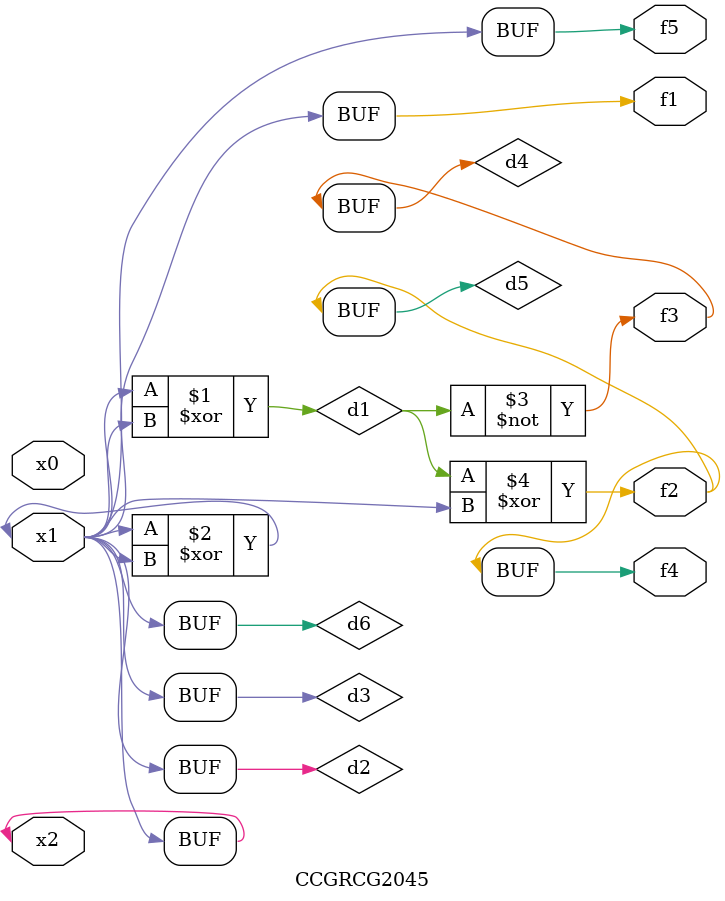
<source format=v>
module CCGRCG2045(
	input x0, x1, x2,
	output f1, f2, f3, f4, f5
);

	wire d1, d2, d3, d4, d5, d6;

	xor (d1, x1, x2);
	buf (d2, x1, x2);
	xor (d3, x1, x2);
	nor (d4, d1);
	xor (d5, d1, d2);
	buf (d6, d2, d3);
	assign f1 = d6;
	assign f2 = d5;
	assign f3 = d4;
	assign f4 = d5;
	assign f5 = d6;
endmodule

</source>
